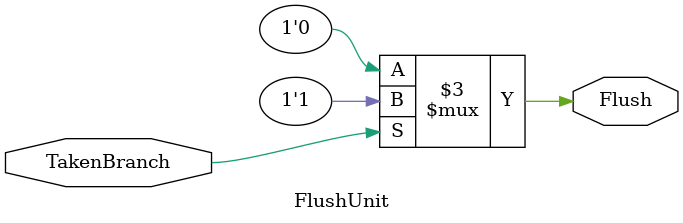
<source format=v>
`timescale 1ns / 1ps


module FlushUnit(
    input wire TakenBranch,
    output reg Flush
    );
    
    always @(*) begin
        if(TakenBranch) begin
            Flush = 1;
        end
        else begin
            Flush = 0;
        end
    end  
endmodule

</source>
